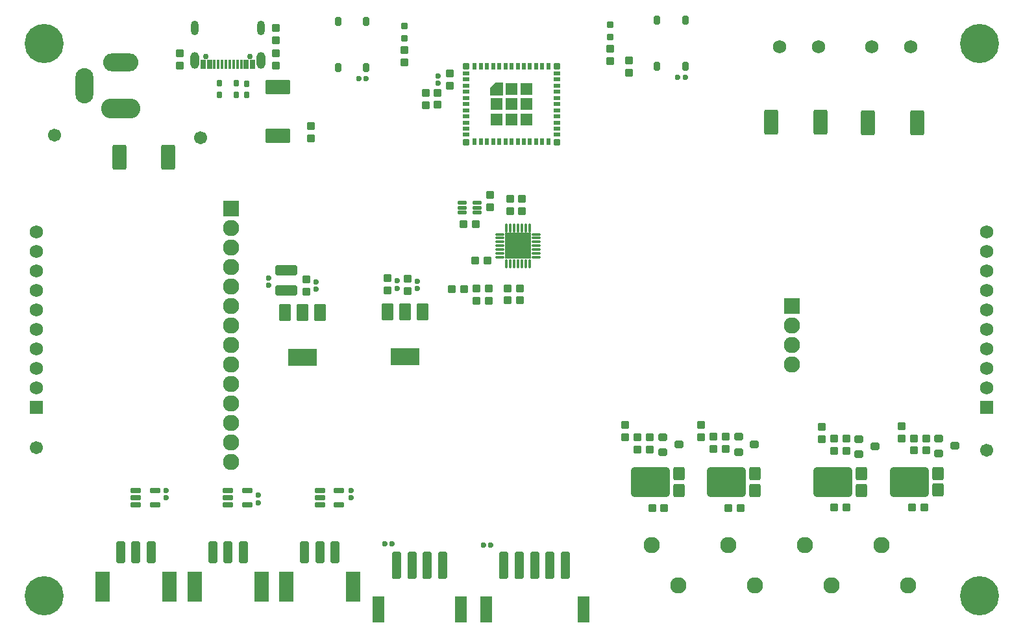
<source format=gts>
G04*
G04 #@! TF.GenerationSoftware,Altium Limited,Altium Designer,22.8.2 (66)*
G04*
G04 Layer_Color=8388736*
%FSAX25Y25*%
%MOIN*%
G70*
G04*
G04 #@! TF.SameCoordinates,48F98BF4-95A5-4A16-9148-CE3FBF4555CD*
G04*
G04*
G04 #@! TF.FilePolarity,Negative*
G04*
G01*
G75*
%ADD47C,0.06699*%
G04:AMPARAMS|DCode=48|XSize=24mil|YSize=24mil|CornerRadius=4mil|HoleSize=0mil|Usage=FLASHONLY|Rotation=90.000|XOffset=0mil|YOffset=0mil|HoleType=Round|Shape=RoundedRectangle|*
%AMROUNDEDRECTD48*
21,1,0.02400,0.01600,0,0,90.0*
21,1,0.01600,0.02400,0,0,90.0*
1,1,0.00800,0.00800,0.00800*
1,1,0.00800,0.00800,-0.00800*
1,1,0.00800,-0.00800,-0.00800*
1,1,0.00800,-0.00800,0.00800*
%
%ADD48ROUNDEDRECTD48*%
G04:AMPARAMS|DCode=49|XSize=24mil|YSize=24mil|CornerRadius=4mil|HoleSize=0mil|Usage=FLASHONLY|Rotation=180.000|XOffset=0mil|YOffset=0mil|HoleType=Round|Shape=RoundedRectangle|*
%AMROUNDEDRECTD49*
21,1,0.02400,0.01600,0,0,180.0*
21,1,0.01600,0.02400,0,0,180.0*
1,1,0.00800,-0.00800,0.00800*
1,1,0.00800,0.00800,0.00800*
1,1,0.00800,0.00800,-0.00800*
1,1,0.00800,-0.00800,-0.00800*
%
%ADD49ROUNDEDRECTD49*%
G04:AMPARAMS|DCode=50|XSize=43.37mil|YSize=141.79mil|CornerRadius=5.94mil|HoleSize=0mil|Usage=FLASHONLY|Rotation=180.000|XOffset=0mil|YOffset=0mil|HoleType=Round|Shape=RoundedRectangle|*
%AMROUNDEDRECTD50*
21,1,0.04337,0.12992,0,0,180.0*
21,1,0.03150,0.14179,0,0,180.0*
1,1,0.01187,-0.01575,0.06496*
1,1,0.01187,0.01575,0.06496*
1,1,0.01187,0.01575,-0.06496*
1,1,0.01187,-0.01575,-0.06496*
%
%ADD50ROUNDEDRECTD50*%
%ADD51R,0.06306X0.13786*%
G04:AMPARAMS|DCode=52|XSize=41.4mil|YSize=37.47mil|CornerRadius=5.35mil|HoleSize=0mil|Usage=FLASHONLY|Rotation=180.000|XOffset=0mil|YOffset=0mil|HoleType=Round|Shape=RoundedRectangle|*
%AMROUNDEDRECTD52*
21,1,0.04140,0.02677,0,0,180.0*
21,1,0.03071,0.03747,0,0,180.0*
1,1,0.01069,-0.01535,0.01339*
1,1,0.01069,0.01535,0.01339*
1,1,0.01069,0.01535,-0.01339*
1,1,0.01069,-0.01535,-0.01339*
%
%ADD52ROUNDEDRECTD52*%
G04:AMPARAMS|DCode=53|XSize=41.4mil|YSize=37.47mil|CornerRadius=5.35mil|HoleSize=0mil|Usage=FLASHONLY|Rotation=90.000|XOffset=0mil|YOffset=0mil|HoleType=Round|Shape=RoundedRectangle|*
%AMROUNDEDRECTD53*
21,1,0.04140,0.02677,0,0,90.0*
21,1,0.03071,0.03747,0,0,90.0*
1,1,0.01069,0.01339,0.01535*
1,1,0.01069,0.01339,-0.01535*
1,1,0.01069,-0.01339,-0.01535*
1,1,0.01069,-0.01339,0.01535*
%
%ADD53ROUNDEDRECTD53*%
G04:AMPARAMS|DCode=54|XSize=44.16mil|YSize=18.17mil|CornerRadius=3.42mil|HoleSize=0mil|Usage=FLASHONLY|Rotation=0.000|XOffset=0mil|YOffset=0mil|HoleType=Round|Shape=RoundedRectangle|*
%AMROUNDEDRECTD54*
21,1,0.04416,0.01134,0,0,0.0*
21,1,0.03732,0.01817,0,0,0.0*
1,1,0.00684,0.01866,-0.00567*
1,1,0.00684,-0.01866,-0.00567*
1,1,0.00684,-0.01866,0.00567*
1,1,0.00684,0.01866,0.00567*
%
%ADD54ROUNDEDRECTD54*%
G04:AMPARAMS|DCode=55|XSize=35.5mil|YSize=35.5mil|CornerRadius=5.94mil|HoleSize=0mil|Usage=FLASHONLY|Rotation=90.000|XOffset=0mil|YOffset=0mil|HoleType=Round|Shape=RoundedRectangle|*
%AMROUNDEDRECTD55*
21,1,0.03550,0.02362,0,0,90.0*
21,1,0.02362,0.03550,0,0,90.0*
1,1,0.01187,0.01181,0.01181*
1,1,0.01187,0.01181,-0.01181*
1,1,0.01187,-0.01181,-0.01181*
1,1,0.01187,-0.01181,0.01181*
%
%ADD55ROUNDEDRECTD55*%
G04:AMPARAMS|DCode=56|XSize=33.13mil|YSize=24.47mil|CornerRadius=4.05mil|HoleSize=0mil|Usage=FLASHONLY|Rotation=270.000|XOffset=0mil|YOffset=0mil|HoleType=Round|Shape=RoundedRectangle|*
%AMROUNDEDRECTD56*
21,1,0.03313,0.01638,0,0,270.0*
21,1,0.02504,0.02447,0,0,270.0*
1,1,0.00809,-0.00819,-0.01252*
1,1,0.00809,-0.00819,0.01252*
1,1,0.00809,0.00819,0.01252*
1,1,0.00809,0.00819,-0.01252*
%
%ADD56ROUNDEDRECTD56*%
G04:AMPARAMS|DCode=57|XSize=111.09mil|YSize=53.61mil|CornerRadius=6.96mil|HoleSize=0mil|Usage=FLASHONLY|Rotation=0.000|XOffset=0mil|YOffset=0mil|HoleType=Round|Shape=RoundedRectangle|*
%AMROUNDEDRECTD57*
21,1,0.11109,0.03969,0,0,0.0*
21,1,0.09717,0.05361,0,0,0.0*
1,1,0.01392,0.04858,-0.01984*
1,1,0.01392,-0.04858,-0.01984*
1,1,0.01392,-0.04858,0.01984*
1,1,0.01392,0.04858,0.01984*
%
%ADD57ROUNDEDRECTD57*%
%ADD58R,0.14967X0.08865*%
G04:AMPARAMS|DCode=59|XSize=59.12mil|YSize=88.65mil|CornerRadius=7.51mil|HoleSize=0mil|Usage=FLASHONLY|Rotation=0.000|XOffset=0mil|YOffset=0mil|HoleType=Round|Shape=RoundedRectangle|*
%AMROUNDEDRECTD59*
21,1,0.05912,0.07362,0,0,0.0*
21,1,0.04409,0.08865,0,0,0.0*
1,1,0.01502,0.02205,-0.03681*
1,1,0.01502,-0.02205,-0.03681*
1,1,0.01502,-0.02205,0.03681*
1,1,0.01502,0.02205,0.03681*
%
%ADD59ROUNDEDRECTD59*%
G04:AMPARAMS|DCode=60|XSize=43.37mil|YSize=15.81mil|CornerRadius=3.18mil|HoleSize=0mil|Usage=FLASHONLY|Rotation=0.000|XOffset=0mil|YOffset=0mil|HoleType=Round|Shape=RoundedRectangle|*
%AMROUNDEDRECTD60*
21,1,0.04337,0.00945,0,0,0.0*
21,1,0.03701,0.01581,0,0,0.0*
1,1,0.00636,0.01850,-0.00472*
1,1,0.00636,-0.01850,-0.00472*
1,1,0.00636,-0.01850,0.00472*
1,1,0.00636,0.01850,0.00472*
%
%ADD60ROUNDEDRECTD60*%
G04:AMPARAMS|DCode=61|XSize=43.37mil|YSize=15.81mil|CornerRadius=3.18mil|HoleSize=0mil|Usage=FLASHONLY|Rotation=90.000|XOffset=0mil|YOffset=0mil|HoleType=Round|Shape=RoundedRectangle|*
%AMROUNDEDRECTD61*
21,1,0.04337,0.00945,0,0,90.0*
21,1,0.03701,0.01581,0,0,90.0*
1,1,0.00636,0.00472,0.01850*
1,1,0.00636,0.00472,-0.01850*
1,1,0.00636,-0.00472,-0.01850*
1,1,0.00636,-0.00472,0.01850*
%
%ADD61ROUNDEDRECTD61*%
%ADD62R,0.13589X0.13589*%
G04:AMPARAMS|DCode=63|XSize=37.47mil|YSize=43.37mil|CornerRadius=5.35mil|HoleSize=0mil|Usage=FLASHONLY|Rotation=270.000|XOffset=0mil|YOffset=0mil|HoleType=Round|Shape=RoundedRectangle|*
%AMROUNDEDRECTD63*
21,1,0.03747,0.03268,0,0,270.0*
21,1,0.02677,0.04337,0,0,270.0*
1,1,0.01069,-0.01634,-0.01339*
1,1,0.01069,-0.01634,0.01339*
1,1,0.01069,0.01634,0.01339*
1,1,0.01069,0.01634,-0.01339*
%
%ADD63ROUNDEDRECTD63*%
G04:AMPARAMS|DCode=64|XSize=66.99mil|YSize=56.76mil|CornerRadius=7.28mil|HoleSize=0mil|Usage=FLASHONLY|Rotation=270.000|XOffset=0mil|YOffset=0mil|HoleType=Round|Shape=RoundedRectangle|*
%AMROUNDEDRECTD64*
21,1,0.06699,0.04221,0,0,270.0*
21,1,0.05244,0.05676,0,0,270.0*
1,1,0.01455,-0.02110,-0.02622*
1,1,0.01455,-0.02110,0.02622*
1,1,0.01455,0.02110,0.02622*
1,1,0.01455,0.02110,-0.02622*
%
%ADD64ROUNDEDRECTD64*%
G04:AMPARAMS|DCode=65|XSize=199.28mil|YSize=153.61mil|CornerRadius=16.96mil|HoleSize=0mil|Usage=FLASHONLY|Rotation=0.000|XOffset=0mil|YOffset=0mil|HoleType=Round|Shape=RoundedRectangle|*
%AMROUNDEDRECTD65*
21,1,0.19928,0.11969,0,0,0.0*
21,1,0.16535,0.15361,0,0,0.0*
1,1,0.03392,0.08268,-0.05984*
1,1,0.03392,-0.08268,-0.05984*
1,1,0.03392,-0.08268,0.05984*
1,1,0.03392,0.08268,0.05984*
%
%ADD65ROUNDEDRECTD65*%
G04:AMPARAMS|DCode=66|XSize=71.72mil|YSize=129.98mil|CornerRadius=8.77mil|HoleSize=0mil|Usage=FLASHONLY|Rotation=0.000|XOffset=0mil|YOffset=0mil|HoleType=Round|Shape=RoundedRectangle|*
%AMROUNDEDRECTD66*
21,1,0.07172,0.11244,0,0,0.0*
21,1,0.05417,0.12998,0,0,0.0*
1,1,0.01754,0.02709,-0.05622*
1,1,0.01754,-0.02709,-0.05622*
1,1,0.01754,-0.02709,0.05622*
1,1,0.01754,0.02709,0.05622*
%
%ADD66ROUNDEDRECTD66*%
G04:AMPARAMS|DCode=67|XSize=71.72mil|YSize=129.98mil|CornerRadius=8.77mil|HoleSize=0mil|Usage=FLASHONLY|Rotation=90.000|XOffset=0mil|YOffset=0mil|HoleType=Round|Shape=RoundedRectangle|*
%AMROUNDEDRECTD67*
21,1,0.07172,0.11244,0,0,90.0*
21,1,0.05417,0.12998,0,0,90.0*
1,1,0.01754,0.05622,0.02709*
1,1,0.01754,0.05622,-0.02709*
1,1,0.01754,-0.05622,-0.02709*
1,1,0.01754,-0.05622,0.02709*
%
%ADD67ROUNDEDRECTD67*%
G04:AMPARAMS|DCode=68|XSize=51.24mil|YSize=25.65mil|CornerRadius=4.17mil|HoleSize=0mil|Usage=FLASHONLY|Rotation=0.000|XOffset=0mil|YOffset=0mil|HoleType=Round|Shape=RoundedRectangle|*
%AMROUNDEDRECTD68*
21,1,0.05124,0.01732,0,0,0.0*
21,1,0.04291,0.02565,0,0,0.0*
1,1,0.00833,0.02146,-0.00866*
1,1,0.00833,-0.02146,-0.00866*
1,1,0.00833,-0.02146,0.00866*
1,1,0.00833,0.02146,0.00866*
%
%ADD68ROUNDEDRECTD68*%
G04:AMPARAMS|DCode=69|XSize=43.37mil|YSize=31.56mil|CornerRadius=4.76mil|HoleSize=0mil|Usage=FLASHONLY|Rotation=90.000|XOffset=0mil|YOffset=0mil|HoleType=Round|Shape=RoundedRectangle|*
%AMROUNDEDRECTD69*
21,1,0.04337,0.02205,0,0,90.0*
21,1,0.03386,0.03156,0,0,90.0*
1,1,0.00951,0.01102,0.01693*
1,1,0.00951,0.01102,-0.01693*
1,1,0.00951,-0.01102,-0.01693*
1,1,0.00951,-0.01102,0.01693*
%
%ADD69ROUNDEDRECTD69*%
%ADD70R,0.02762X0.04888*%
%ADD71R,0.01581X0.04888*%
G04:AMPARAMS|DCode=72|XSize=35.5mil|YSize=19.75mil|CornerRadius=3.58mil|HoleSize=0mil|Usage=FLASHONLY|Rotation=0.000|XOffset=0mil|YOffset=0mil|HoleType=Round|Shape=RoundedRectangle|*
%AMROUNDEDRECTD72*
21,1,0.03550,0.01260,0,0,0.0*
21,1,0.02835,0.01975,0,0,0.0*
1,1,0.00715,0.01417,-0.00630*
1,1,0.00715,-0.01417,-0.00630*
1,1,0.00715,-0.01417,0.00630*
1,1,0.00715,0.01417,0.00630*
%
%ADD72ROUNDEDRECTD72*%
G04:AMPARAMS|DCode=73|XSize=19.75mil|YSize=35.5mil|CornerRadius=3.58mil|HoleSize=0mil|Usage=FLASHONLY|Rotation=0.000|XOffset=0mil|YOffset=0mil|HoleType=Round|Shape=RoundedRectangle|*
%AMROUNDEDRECTD73*
21,1,0.01975,0.02835,0,0,0.0*
21,1,0.01260,0.03550,0,0,0.0*
1,1,0.00715,0.00630,-0.01417*
1,1,0.00715,-0.00630,-0.01417*
1,1,0.00715,-0.00630,0.01417*
1,1,0.00715,0.00630,0.01417*
%
%ADD73ROUNDEDRECTD73*%
%ADD74R,0.06109X0.06109*%
G04:AMPARAMS|DCode=75|XSize=31.56mil|YSize=31.56mil|CornerRadius=4.76mil|HoleSize=0mil|Usage=FLASHONLY|Rotation=0.000|XOffset=0mil|YOffset=0mil|HoleType=Round|Shape=RoundedRectangle|*
%AMROUNDEDRECTD75*
21,1,0.03156,0.02205,0,0,0.0*
21,1,0.02205,0.03156,0,0,0.0*
1,1,0.00951,0.01102,-0.01102*
1,1,0.00951,-0.01102,-0.01102*
1,1,0.00951,-0.01102,0.01102*
1,1,0.00951,0.01102,0.01102*
%
%ADD75ROUNDEDRECTD75*%
%ADD76R,0.07487X0.15361*%
G04:AMPARAMS|DCode=77|XSize=43.37mil|YSize=110.3mil|CornerRadius=5.94mil|HoleSize=0mil|Usage=FLASHONLY|Rotation=180.000|XOffset=0mil|YOffset=0mil|HoleType=Round|Shape=RoundedRectangle|*
%AMROUNDEDRECTD77*
21,1,0.04337,0.09843,0,0,180.0*
21,1,0.03150,0.11030,0,0,180.0*
1,1,0.01187,-0.01575,0.04921*
1,1,0.01187,0.01575,0.04921*
1,1,0.01187,0.01575,-0.04921*
1,1,0.01187,-0.01575,-0.04921*
%
%ADD77ROUNDEDRECTD77*%
%ADD78R,0.06896X0.06896*%
%ADD79C,0.06896*%
%ADD80O,0.04534X0.08668*%
%ADD81O,0.03943X0.07487*%
%ADD82C,0.02959*%
%ADD83O,0.20085X0.10243*%
%ADD84O,0.18117X0.09258*%
%ADD85O,0.09258X0.18117*%
%ADD86C,0.20085*%
%ADD87C,0.08372*%
%ADD88R,0.08372X0.08372*%
G36*
X0637095Y0997146D02*
X0630599D01*
Y1001043D01*
X0633197Y1003642D01*
X0637095D01*
Y0997146D01*
D02*
G37*
D47*
X0481917Y0975408D02*
D03*
X0407017Y0976808D02*
D03*
X0885717Y0815108D02*
D03*
X0397517Y0816408D02*
D03*
D48*
X0627227Y0766408D02*
D03*
X0631007D02*
D03*
X0576427Y0767108D02*
D03*
X0580207D02*
D03*
X0563227Y1005808D02*
D03*
X0567007D02*
D03*
X0727027Y1006308D02*
D03*
X0730807D02*
D03*
D49*
X0464317Y0790518D02*
D03*
Y0794298D02*
D03*
X0511717Y0788118D02*
D03*
Y0791897D02*
D03*
X0559117Y0790618D02*
D03*
Y0794397D02*
D03*
X0603917Y1003318D02*
D03*
Y1007098D02*
D03*
X0593217Y0898018D02*
D03*
Y0901797D02*
D03*
X0583017Y0898118D02*
D03*
Y0901898D02*
D03*
X0541317Y0897718D02*
D03*
Y0901497D02*
D03*
X0517017Y0899718D02*
D03*
Y0903498D02*
D03*
D50*
X0582568Y0756004D02*
D03*
X0590442D02*
D03*
X0598316D02*
D03*
X0606190D02*
D03*
X0669182D02*
D03*
X0661308D02*
D03*
X0653434D02*
D03*
X0645560D02*
D03*
X0637686D02*
D03*
D51*
X0615442Y0733366D02*
D03*
X0573316D02*
D03*
X0678434D02*
D03*
X0628434D02*
D03*
D52*
X0520617Y1031657D02*
D03*
Y1025358D02*
D03*
X0538417Y0975058D02*
D03*
Y0981357D02*
D03*
X0623417Y0897957D02*
D03*
Y0891658D02*
D03*
X0629817Y0897857D02*
D03*
Y0891558D02*
D03*
X0639717Y0891858D02*
D03*
Y0898157D02*
D03*
X0646017Y0891858D02*
D03*
Y0898157D02*
D03*
X0646917Y0937758D02*
D03*
Y0944057D02*
D03*
X0640817Y0937758D02*
D03*
Y0944057D02*
D03*
X0630617Y0945857D02*
D03*
Y0939558D02*
D03*
X0701817Y1014857D02*
D03*
Y1008558D02*
D03*
X0603717Y0992208D02*
D03*
Y0998508D02*
D03*
X0597617Y0992158D02*
D03*
Y0998457D02*
D03*
X0609917Y1002058D02*
D03*
Y1008357D02*
D03*
X0692217Y1020857D02*
D03*
Y1014558D02*
D03*
X0586417Y1020357D02*
D03*
Y1014058D02*
D03*
X0588217Y0896758D02*
D03*
Y0903057D02*
D03*
X0577917Y0896958D02*
D03*
Y0903257D02*
D03*
X0536217Y0896458D02*
D03*
Y0902757D02*
D03*
X0520617Y1012258D02*
D03*
Y1018557D02*
D03*
X0471217Y1012258D02*
D03*
Y1018557D02*
D03*
X0841917Y0821158D02*
D03*
Y0827457D02*
D03*
X0848317Y0821157D02*
D03*
Y0814858D02*
D03*
X0854617Y0821157D02*
D03*
Y0814858D02*
D03*
X0801017Y0820758D02*
D03*
Y0827057D02*
D03*
X0807317Y0820857D02*
D03*
Y0814558D02*
D03*
X0813517Y0820857D02*
D03*
Y0814558D02*
D03*
X0738917Y0821808D02*
D03*
Y0828107D02*
D03*
X0745217Y0821857D02*
D03*
Y0815558D02*
D03*
X0751617Y0821857D02*
D03*
Y0815558D02*
D03*
X0706217Y0821657D02*
D03*
Y0815358D02*
D03*
X0699917Y0821758D02*
D03*
Y0828057D02*
D03*
X0712617Y0821757D02*
D03*
Y0815458D02*
D03*
D53*
X0617367Y0897808D02*
D03*
X0611068D02*
D03*
X0629267Y0912508D02*
D03*
X0622968D02*
D03*
X0623167Y0931008D02*
D03*
X0616868D02*
D03*
X0713768Y0785308D02*
D03*
X0720067D02*
D03*
X0752868D02*
D03*
X0759167D02*
D03*
X0807268Y0785608D02*
D03*
X0813567D02*
D03*
X0847168D02*
D03*
X0853467D02*
D03*
D54*
X0616357Y0942067D02*
D03*
Y0939508D02*
D03*
Y0936949D02*
D03*
X0623877D02*
D03*
Y0939508D02*
D03*
Y0942067D02*
D03*
D55*
X0692117Y1026908D02*
D03*
Y1033207D02*
D03*
X0586517Y1026258D02*
D03*
Y1032557D02*
D03*
D56*
X0500117Y1003261D02*
D03*
Y0997355D02*
D03*
X0505717Y1003160D02*
D03*
Y0997255D02*
D03*
X0491617Y1003261D02*
D03*
Y0997355D02*
D03*
D57*
X0525817Y0907344D02*
D03*
Y0896871D02*
D03*
D58*
X0587017Y0862892D02*
D03*
X0534317Y0862692D02*
D03*
D59*
X0577962Y0885923D02*
D03*
X0587017D02*
D03*
X0596072D02*
D03*
X0525262Y0885723D02*
D03*
X0534317D02*
D03*
X0543372D02*
D03*
D60*
X0635665Y0925813D02*
D03*
Y0923845D02*
D03*
Y0921876D02*
D03*
Y0919908D02*
D03*
Y0917939D02*
D03*
Y0915971D02*
D03*
Y0914002D02*
D03*
X0654169D02*
D03*
Y0915971D02*
D03*
Y0917939D02*
D03*
Y0919908D02*
D03*
Y0921876D02*
D03*
Y0923845D02*
D03*
Y0925813D02*
D03*
D61*
X0639012Y0910656D02*
D03*
X0640980D02*
D03*
X0642949D02*
D03*
X0644917D02*
D03*
X0646886D02*
D03*
X0648854D02*
D03*
X0650823D02*
D03*
Y0929160D02*
D03*
X0648854D02*
D03*
X0646886D02*
D03*
X0644917D02*
D03*
X0642949D02*
D03*
X0640980D02*
D03*
X0639012D02*
D03*
D62*
X0644917Y0919908D02*
D03*
D63*
X0860983Y0813449D02*
D03*
Y0821166D02*
D03*
X0869251Y0817308D02*
D03*
X0819983Y0813050D02*
D03*
Y0820766D02*
D03*
X0828251Y0816908D02*
D03*
X0758083Y0814149D02*
D03*
Y0821866D02*
D03*
X0766351Y0818008D02*
D03*
X0719283Y0814050D02*
D03*
Y0821766D02*
D03*
X0727551Y0817908D02*
D03*
D64*
X0727717Y0802894D02*
D03*
Y0794508D02*
D03*
X0766517Y0802894D02*
D03*
Y0794508D02*
D03*
X0821317Y0802894D02*
D03*
Y0794508D02*
D03*
X0860617Y0802994D02*
D03*
Y0794608D02*
D03*
D65*
X0712953Y0798701D02*
D03*
X0751753D02*
D03*
X0806553D02*
D03*
X0845853Y0798801D02*
D03*
D66*
X0849835Y0982908D02*
D03*
X0824599D02*
D03*
X0800235Y0983308D02*
D03*
X0774999D02*
D03*
X0440099Y0965408D02*
D03*
X0465335D02*
D03*
D67*
X0521717Y1001426D02*
D03*
Y0976190D02*
D03*
D68*
X0543196Y0794348D02*
D03*
Y0790608D02*
D03*
Y0786868D02*
D03*
X0553038D02*
D03*
Y0794348D02*
D03*
X0495996D02*
D03*
Y0790608D02*
D03*
Y0786868D02*
D03*
X0505838D02*
D03*
Y0794348D02*
D03*
X0448596D02*
D03*
Y0790608D02*
D03*
Y0786868D02*
D03*
X0458438D02*
D03*
Y0794348D02*
D03*
D69*
X0730817Y1035730D02*
D03*
Y1012108D02*
D03*
X0716250Y1035730D02*
D03*
Y1012108D02*
D03*
X0567001Y1035019D02*
D03*
Y1011397D02*
D03*
X0552434Y1035019D02*
D03*
Y1011397D02*
D03*
D70*
X0508552Y1012894D02*
D03*
X0505402D02*
D03*
X0486505D02*
D03*
X0483355D02*
D03*
D71*
X0502843D02*
D03*
X0500875D02*
D03*
X0498906D02*
D03*
X0496938D02*
D03*
X0494969D02*
D03*
X0493001D02*
D03*
X0491032D02*
D03*
X0489064D02*
D03*
D72*
X0618394Y1008366D02*
D03*
Y1005216D02*
D03*
Y1002067D02*
D03*
Y0998917D02*
D03*
Y0995768D02*
D03*
Y0992618D02*
D03*
Y0989468D02*
D03*
Y0986319D02*
D03*
Y0983169D02*
D03*
Y0980020D02*
D03*
Y0976870D02*
D03*
X0664851D02*
D03*
Y0980020D02*
D03*
Y0983169D02*
D03*
Y0986319D02*
D03*
Y0989468D02*
D03*
Y0992618D02*
D03*
Y0995768D02*
D03*
Y0998917D02*
D03*
Y1002067D02*
D03*
Y1005216D02*
D03*
Y1008366D02*
D03*
D73*
X0622725Y0973327D02*
D03*
X0625875D02*
D03*
X0629024D02*
D03*
X0632174D02*
D03*
X0635323D02*
D03*
X0638473D02*
D03*
X0641623D02*
D03*
X0644772D02*
D03*
X0647922D02*
D03*
X0651072D02*
D03*
X0654221D02*
D03*
X0657371D02*
D03*
X0660520D02*
D03*
Y1011909D02*
D03*
X0657371D02*
D03*
X0654221D02*
D03*
X0651072D02*
D03*
X0647922D02*
D03*
X0644772D02*
D03*
X0641623D02*
D03*
X0638473D02*
D03*
X0635323D02*
D03*
X0632174D02*
D03*
X0629024D02*
D03*
X0625875D02*
D03*
X0622725D02*
D03*
D74*
X0641623Y0992618D02*
D03*
X0649398Y1000394D02*
D03*
X0641623D02*
D03*
X0633847Y0992618D02*
D03*
Y0984842D02*
D03*
X0641623D02*
D03*
X0649398D02*
D03*
Y0992618D02*
D03*
D75*
X0618197Y1012106D02*
D03*
Y0973130D02*
D03*
X0665048D02*
D03*
Y1012106D02*
D03*
D76*
X0526072Y0745177D02*
D03*
X0560323D02*
D03*
X0478827D02*
D03*
X0513079D02*
D03*
X0431583D02*
D03*
X0465835D02*
D03*
D77*
X0535323Y0762697D02*
D03*
X0543197D02*
D03*
X0551072D02*
D03*
X0488079D02*
D03*
X0495953D02*
D03*
X0503827D02*
D03*
X0440835D02*
D03*
X0448709D02*
D03*
X0456583D02*
D03*
D78*
X0397528Y0836988D02*
D03*
X0885717D02*
D03*
D79*
X0397528Y0846988D02*
D03*
Y0856988D02*
D03*
Y0866988D02*
D03*
Y0876988D02*
D03*
Y0886988D02*
D03*
Y0896988D02*
D03*
Y0906988D02*
D03*
Y0916988D02*
D03*
Y0926988D02*
D03*
X0885717Y0846988D02*
D03*
Y0856988D02*
D03*
Y0866988D02*
D03*
Y0876988D02*
D03*
Y0886988D02*
D03*
Y0896988D02*
D03*
Y0906988D02*
D03*
Y0916988D02*
D03*
Y0926988D02*
D03*
X0779171Y1021887D02*
D03*
X0799171D02*
D03*
X0826415D02*
D03*
X0846415D02*
D03*
D80*
X0512961Y1015138D02*
D03*
X0478945D02*
D03*
D81*
X0512961Y1031594D02*
D03*
X0478945D02*
D03*
D82*
X0484575Y1017106D02*
D03*
X0507331D02*
D03*
D83*
X0440835Y0990256D02*
D03*
D84*
Y1013878D02*
D03*
D85*
X0422331Y1002067D02*
D03*
D86*
X0881780Y1023720D02*
D03*
X0401465D02*
D03*
Y0740256D02*
D03*
X0881780D02*
D03*
D87*
X0831583Y0766240D02*
D03*
X0845363Y0745768D02*
D03*
X0792213Y0766240D02*
D03*
X0805993Y0745768D02*
D03*
X0752843Y0766240D02*
D03*
X0766623Y0745768D02*
D03*
X0713473Y0766240D02*
D03*
X0727253Y0745768D02*
D03*
X0497568Y0929114D02*
D03*
Y0919114D02*
D03*
Y0909114D02*
D03*
Y0899114D02*
D03*
Y0889114D02*
D03*
Y0879114D02*
D03*
Y0869114D02*
D03*
Y0859114D02*
D03*
Y0849114D02*
D03*
Y0839114D02*
D03*
Y0829114D02*
D03*
Y0819114D02*
D03*
Y0809114D02*
D03*
X0785678Y0859114D02*
D03*
Y0869114D02*
D03*
Y0879114D02*
D03*
D88*
X0497568Y0939114D02*
D03*
X0785678Y0889114D02*
D03*
M02*

</source>
